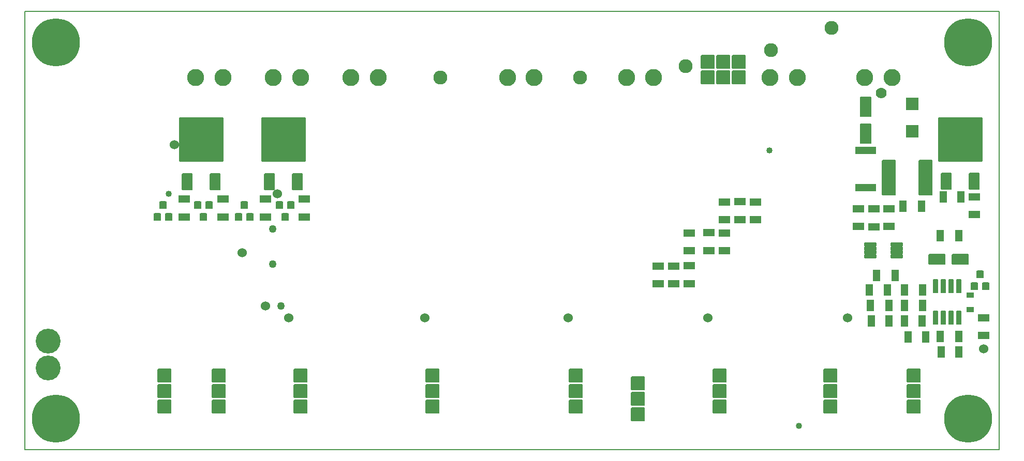
<source format=gbr>
G04 PROTEUS RS274X GERBER FILE*
%FSLAX45Y45*%
%MOMM*%
G01*
%ADD71C,1.270000*%
%ADD46C,2.286000*%
%ADD21C,1.524000*%
%ADD19C,1.016000*%
%ADD47C,1.778000*%
%ADD49C,4.064000*%
%ADD50C,2.794000*%
%AMPPAD045*
4,1,36,
-1.016000,1.143000,
1.016000,1.143000,
1.041970,1.140470,
1.065980,1.133200,
1.087580,1.121650,
1.106290,1.106290,
1.121650,1.087570,
1.133200,1.065980,
1.140470,1.041970,
1.143000,1.016000,
1.143000,-1.016000,
1.140470,-1.041970,
1.133200,-1.065980,
1.121650,-1.087570,
1.106290,-1.106290,
1.087580,-1.121650,
1.065980,-1.133200,
1.041970,-1.140470,
1.016000,-1.143000,
-1.016000,-1.143000,
-1.041970,-1.140470,
-1.065980,-1.133200,
-1.087580,-1.121650,
-1.106290,-1.106290,
-1.121650,-1.087570,
-1.133200,-1.065980,
-1.140470,-1.041970,
-1.143000,-1.016000,
-1.143000,1.016000,
-1.140470,1.041970,
-1.133200,1.065980,
-1.121650,1.087570,
-1.106290,1.106290,
-1.087580,1.121650,
-1.065980,1.133200,
-1.041970,1.140470,
-1.016000,1.143000,
0*%
%ADD51PPAD045*%
%AMPPAD064*
4,1,36,
-0.444500,-0.635000,
0.444500,-0.635000,
0.470470,-0.632470,
0.494480,-0.625200,
0.516080,-0.613650,
0.534790,-0.598290,
0.550150,-0.579570,
0.561700,-0.557980,
0.568970,-0.533970,
0.571500,-0.508000,
0.571500,0.508000,
0.568970,0.533970,
0.561700,0.557980,
0.550150,0.579570,
0.534790,0.598290,
0.516080,0.613650,
0.494480,0.625200,
0.470470,0.632470,
0.444500,0.635000,
-0.444500,0.635000,
-0.470470,0.632470,
-0.494480,0.625200,
-0.516080,0.613650,
-0.534790,0.598290,
-0.550150,0.579570,
-0.561700,0.557980,
-0.568970,0.533970,
-0.571500,0.508000,
-0.571500,-0.508000,
-0.568970,-0.533970,
-0.561700,-0.557980,
-0.550150,-0.579570,
-0.534790,-0.598290,
-0.516080,-0.613650,
-0.494480,-0.625200,
-0.470470,-0.632470,
-0.444500,-0.635000,
0*%
%ADD74PPAD064*%
%AMPPAD065*
4,1,36,
3.492500,3.619500,
-3.492500,3.619500,
-3.518470,3.616970,
-3.542480,3.609700,
-3.564080,3.598150,
-3.582790,3.582790,
-3.598150,3.564070,
-3.609700,3.542480,
-3.616970,3.518470,
-3.619500,3.492500,
-3.619500,-3.492500,
-3.616970,-3.518470,
-3.609700,-3.542480,
-3.598150,-3.564070,
-3.582790,-3.582790,
-3.564080,-3.598150,
-3.542480,-3.609700,
-3.518470,-3.616970,
-3.492500,-3.619500,
3.492500,-3.619500,
3.518470,-3.616970,
3.542480,-3.609700,
3.564080,-3.598150,
3.582790,-3.582790,
3.598150,-3.564070,
3.609700,-3.542480,
3.616970,-3.518470,
3.619500,-3.492500,
3.619500,3.492500,
3.616970,3.518470,
3.609700,3.542480,
3.598150,3.564070,
3.582790,3.582790,
3.564080,3.598150,
3.542480,3.609700,
3.518470,3.616970,
3.492500,3.619500,
0*%
%ADD75PPAD065*%
%AMPPAD066*
4,1,36,
0.762000,1.397000,
-0.762000,1.397000,
-0.787970,1.394470,
-0.811980,1.387200,
-0.833580,1.375650,
-0.852290,1.360290,
-0.867650,1.341570,
-0.879200,1.319980,
-0.886470,1.295970,
-0.889000,1.270000,
-0.889000,-1.270000,
-0.886470,-1.295970,
-0.879200,-1.319980,
-0.867650,-1.341570,
-0.852290,-1.360290,
-0.833580,-1.375650,
-0.811980,-1.387200,
-0.787970,-1.394470,
-0.762000,-1.397000,
0.762000,-1.397000,
0.787970,-1.394470,
0.811980,-1.387200,
0.833580,-1.375650,
0.852290,-1.360290,
0.867650,-1.341570,
0.879200,-1.319980,
0.886470,-1.295970,
0.889000,-1.270000,
0.889000,1.270000,
0.886470,1.295970,
0.879200,1.319980,
0.867650,1.341570,
0.852290,1.360290,
0.833580,1.375650,
0.811980,1.387200,
0.787970,1.394470,
0.762000,1.397000,
0*%
%ADD76PPAD066*%
%AMPPAD067*
4,1,4,
-1.054100,-1.054100,
1.054100,-1.054100,
1.054100,1.054100,
-1.054100,1.054100,
-1.054100,-1.054100,
0*%
%ADD77PPAD067*%
%AMPPAD068*
4,1,36,
-0.571500,0.317500,
-0.571500,-0.317500,
-0.568970,-0.343470,
-0.561700,-0.367480,
-0.550150,-0.389080,
-0.534790,-0.407790,
-0.516070,-0.423150,
-0.494480,-0.434700,
-0.470470,-0.441970,
-0.444500,-0.444500,
0.444500,-0.444500,
0.470470,-0.441970,
0.494480,-0.434700,
0.516070,-0.423150,
0.534790,-0.407790,
0.550150,-0.389080,
0.561700,-0.367480,
0.568970,-0.343470,
0.571500,-0.317500,
0.571500,0.317500,
0.568970,0.343470,
0.561700,0.367480,
0.550150,0.389080,
0.534790,0.407790,
0.516070,0.423150,
0.494480,0.434700,
0.470470,0.441970,
0.444500,0.444500,
-0.444500,0.444500,
-0.470470,0.441970,
-0.494480,0.434700,
-0.516070,0.423150,
-0.534790,0.407790,
-0.550150,0.389080,
-0.561700,0.367480,
-0.568970,0.343470,
-0.571500,0.317500,
0*%
%ADD78PPAD068*%
%AMPPAD042*
4,1,36,
-1.016000,2.921000,
1.016000,2.921000,
1.041970,2.918470,
1.065980,2.911200,
1.087580,2.899650,
1.106290,2.884290,
1.121650,2.865570,
1.133200,2.843980,
1.140470,2.819970,
1.143000,2.794000,
1.143000,-2.794000,
1.140470,-2.819970,
1.133200,-2.843980,
1.121650,-2.865570,
1.106290,-2.884290,
1.087580,-2.899650,
1.065980,-2.911200,
1.041970,-2.918470,
1.016000,-2.921000,
-1.016000,-2.921000,
-1.041970,-2.918470,
-1.065980,-2.911200,
-1.087580,-2.899650,
-1.106290,-2.884290,
-1.121650,-2.865570,
-1.133200,-2.843980,
-1.140470,-2.819970,
-1.143000,-2.794000,
-1.143000,2.794000,
-1.140470,2.819970,
-1.133200,2.843980,
-1.121650,2.865570,
-1.106290,2.884290,
-1.087580,2.899650,
-1.065980,2.911200,
-1.041970,2.918470,
-1.016000,2.921000,
0*%
%ADD48PPAD042*%
%AMPPAD069*
4,1,36,
-0.825500,-1.651000,
0.825500,-1.651000,
0.851470,-1.648470,
0.875480,-1.641200,
0.897080,-1.629650,
0.915790,-1.614290,
0.931150,-1.595570,
0.942700,-1.573980,
0.949970,-1.549970,
0.952500,-1.524000,
0.952500,1.524000,
0.949970,1.549970,
0.942700,1.573980,
0.931150,1.595570,
0.915790,1.614290,
0.897080,1.629650,
0.875480,1.641200,
0.851470,1.648470,
0.825500,1.651000,
-0.825500,1.651000,
-0.851470,1.648470,
-0.875480,1.641200,
-0.897080,1.629650,
-0.915790,1.614290,
-0.931150,1.595570,
-0.942700,1.573980,
-0.949970,1.549970,
-0.952500,1.524000,
-0.952500,-1.524000,
-0.949970,-1.549970,
-0.942700,-1.573980,
-0.931150,-1.595570,
-0.915790,-1.614290,
-0.897080,-1.629650,
-0.875480,-1.641200,
-0.851470,-1.648470,
-0.825500,-1.651000,
0*%
%ADD79PPAD069*%
%AMPPAD057*
4,1,36,
-1.016000,-0.190500,
-1.016000,0.190500,
-1.013470,0.216470,
-1.006200,0.240480,
-0.994650,0.262080,
-0.979290,0.280790,
-0.960570,0.296150,
-0.938980,0.307700,
-0.914970,0.314970,
-0.889000,0.317500,
0.889000,0.317500,
0.914970,0.314970,
0.938980,0.307700,
0.960570,0.296150,
0.979290,0.280790,
0.994650,0.262080,
1.006200,0.240480,
1.013470,0.216470,
1.016000,0.190500,
1.016000,-0.190500,
1.013470,-0.216470,
1.006200,-0.240480,
0.994650,-0.262080,
0.979290,-0.280790,
0.960570,-0.296150,
0.938980,-0.307700,
0.914970,-0.314970,
0.889000,-0.317500,
-0.889000,-0.317500,
-0.914970,-0.314970,
-0.938980,-0.307700,
-0.960570,-0.296150,
-0.979290,-0.280790,
-0.994650,-0.262080,
-1.006200,-0.240480,
-1.013470,-0.216470,
-1.016000,-0.190500,
0*%
%ADD63PPAD057*%
%AMPPAD070*
4,1,36,
-0.317500,-1.143000,
0.317500,-1.143000,
0.343470,-1.140470,
0.367480,-1.133200,
0.389080,-1.121650,
0.407790,-1.106290,
0.423150,-1.087570,
0.434700,-1.065980,
0.441970,-1.041970,
0.444500,-1.016000,
0.444500,1.016000,
0.441970,1.041970,
0.434700,1.065980,
0.423150,1.087570,
0.407790,1.106290,
0.389080,1.121650,
0.367480,1.133200,
0.343470,1.140470,
0.317500,1.143000,
-0.317500,1.143000,
-0.343470,1.140470,
-0.367480,1.133200,
-0.389080,1.121650,
-0.407790,1.106290,
-0.423150,1.087570,
-0.434700,1.065980,
-0.441970,1.041970,
-0.444500,1.016000,
-0.444500,-1.016000,
-0.441970,-1.041970,
-0.434700,-1.065980,
-0.423150,-1.087570,
-0.407790,-1.106290,
-0.389080,-1.121650,
-0.367480,-1.133200,
-0.343470,-1.140470,
-0.317500,-1.143000,
0*%
%ADD80PPAD070*%
%AMPPAD071*
4,1,4,
-1.701800,0.622300,
-1.701800,-0.622300,
1.701800,-0.622300,
1.701800,0.622300,
-1.701800,0.622300,
0*%
%ADD81PPAD071*%
%AMPPAD054*
4,1,36,
-1.397000,-0.762000,
-1.397000,0.762000,
-1.394470,0.787970,
-1.387200,0.811980,
-1.375650,0.833580,
-1.360290,0.852290,
-1.341570,0.867650,
-1.319980,0.879200,
-1.295970,0.886470,
-1.270000,0.889000,
1.270000,0.889000,
1.295970,0.886470,
1.319980,0.879200,
1.341570,0.867650,
1.360290,0.852290,
1.375650,0.833580,
1.387200,0.811980,
1.394470,0.787970,
1.397000,0.762000,
1.397000,-0.762000,
1.394470,-0.787970,
1.387200,-0.811980,
1.375650,-0.833580,
1.360290,-0.852290,
1.341570,-0.867650,
1.319980,-0.879200,
1.295970,-0.886470,
1.270000,-0.889000,
-1.270000,-0.889000,
-1.295970,-0.886470,
-1.319980,-0.879200,
-1.341570,-0.867650,
-1.360290,-0.852290,
-1.375650,-0.833580,
-1.387200,-0.811980,
-1.394470,-0.787970,
-1.397000,-0.762000,
0*%
%ADD60PPAD054*%
%AMPPAD072*
4,1,4,
0.571500,0.901700,
-0.571500,0.901700,
-0.571500,-0.901700,
0.571500,-0.901700,
0.571500,0.901700,
0*%
%ADD82PPAD072*%
%AMPPAD073*
4,1,4,
0.901700,-0.571500,
0.901700,0.571500,
-0.901700,0.571500,
-0.901700,-0.571500,
0.901700,-0.571500,
0*%
%ADD83PPAD073*%
%ADD64C,7.874000*%
%ADD41C,0.203200*%
D71*
X-3379970Y-639428D03*
X-3374955Y-1215192D03*
X-3238500Y-1905000D03*
D46*
X-635000Y+1841500D03*
X+1651000Y+1841500D03*
X+3383781Y+2028052D03*
D21*
X-4989352Y+736133D03*
X-3302000Y-63500D03*
X+8255000Y-2603500D03*
X+6032500Y-2095500D03*
X+3746500Y-2095500D03*
X+1460500Y-2095500D03*
X-889000Y-2095500D03*
X-3111500Y-2095500D03*
X-3492500Y-1905000D03*
X-3873500Y-1031366D03*
D19*
X-5080000Y-63500D03*
X+4749800Y+647700D03*
D46*
X+5765800Y+2654300D03*
D47*
X+6578600Y+1587500D03*
D46*
X+4779148Y+2286000D03*
D19*
X+5235080Y-3871250D03*
D49*
X-7048500Y-2476500D03*
X-7048500Y-2921000D03*
D50*
X-2095500Y+1841500D03*
X-1651000Y+1841500D03*
D51*
X-2921000Y-3556000D03*
X-2921000Y-3048000D03*
X-2921000Y-3302000D03*
D50*
X+901700Y+1841500D03*
D51*
X-762000Y-3556000D03*
X-762000Y-3302000D03*
X-762000Y-3048000D03*
X+1587500Y-3302000D03*
X+1587500Y-3556000D03*
X+1587500Y-3048000D03*
D50*
X+2857500Y+1841500D03*
D51*
X+3937000Y-3556000D03*
X+5753100Y-3556000D03*
X+3937000Y-3048000D03*
X+5753100Y-3048000D03*
X+3937000Y-3302000D03*
X+5753100Y-3302000D03*
D50*
X+5207000Y+1841500D03*
X+6756400Y+1841500D03*
D74*
X+8196580Y-1389380D03*
X+8290560Y-1579880D03*
X+8102600Y-1579880D03*
D75*
X+7874000Y+825500D03*
D76*
X+8102600Y+134620D03*
X+7645400Y+134620D03*
D77*
X+7086600Y+1404620D03*
X+7086600Y+954620D03*
D78*
X+8039100Y-1960880D03*
X+8039100Y-1725930D03*
D48*
X+6705600Y+198120D03*
X+7305600Y+198120D03*
D51*
X+7112000Y-3302000D03*
X+7112000Y-3556000D03*
X+7112000Y-3048000D03*
D50*
X+6311900Y+1841500D03*
D51*
X-4254500Y-3556000D03*
D79*
X+6324600Y+914620D03*
X+6324600Y+1359120D03*
D63*
X+6832600Y-897200D03*
X+6832600Y-962200D03*
X+6832600Y-1027200D03*
X+6832600Y-1092200D03*
X+6402600Y-1092200D03*
X+6402600Y-1027200D03*
X+6402600Y-962200D03*
X+6402600Y-897200D03*
D80*
X+7848600Y-2100580D03*
X+7721600Y-2100580D03*
X+7594600Y-2100580D03*
X+7467600Y-2100580D03*
X+7467600Y-1579880D03*
X+7594600Y-1579880D03*
X+7721600Y-1579880D03*
X+7848600Y-1579880D03*
D81*
X+6324600Y+642620D03*
X+6324600Y+32620D03*
D60*
X+7874000Y-1143000D03*
X+7493000Y-1143000D03*
D82*
X+7848600Y-754380D03*
X+7548600Y-754380D03*
X+6705600Y-2151380D03*
X+6415600Y-2151380D03*
X+6678100Y-1643380D03*
X+6388100Y-1643380D03*
D83*
X+6705600Y-599880D03*
X+6705600Y-309880D03*
X+6210300Y-599880D03*
X+6210300Y-309880D03*
D82*
X+7249600Y-2151380D03*
X+6959600Y-2151380D03*
D83*
X+8255000Y-2095500D03*
X+8255000Y-2385500D03*
D82*
X+7848600Y-2405380D03*
X+7548600Y-2405380D03*
X+7239000Y-266700D03*
X+6939000Y-266700D03*
D83*
X+8102600Y-119380D03*
X+8102600Y-409380D03*
D82*
X+7594600Y-119380D03*
X+7884600Y-119380D03*
X+7848600Y-2659380D03*
X+7558600Y-2659380D03*
D83*
X+6464300Y-309880D03*
X+6464300Y-609880D03*
D82*
X+6807200Y-1402080D03*
X+6507200Y-1402080D03*
X+7259600Y-1643380D03*
X+6959600Y-1643380D03*
X+7259600Y-1897380D03*
X+6959600Y-1897380D03*
X+6705600Y-1897380D03*
X+6405600Y-1897380D03*
D64*
X-6921500Y-3746500D03*
X-6921500Y+2413000D03*
X+8001000Y+2413000D03*
X+8001000Y-3746500D03*
D50*
X-4191000Y+1841500D03*
X-4635500Y+1841500D03*
D75*
X-4546600Y+817880D03*
D76*
X-4318000Y+127000D03*
X-4775200Y+127000D03*
D75*
X-3200400Y+817880D03*
D76*
X-2971800Y+127000D03*
X-3429000Y+127000D03*
D74*
X-5173980Y-254000D03*
X-5080000Y-444500D03*
X-5267960Y-444500D03*
X-3840480Y-254000D03*
X-3746500Y-444500D03*
X-3934460Y-444500D03*
X-4508500Y-444500D03*
X-4602480Y-254000D03*
X-4414520Y-254000D03*
X-3175000Y-444500D03*
X-3268980Y-254000D03*
X-3081020Y-254000D03*
D83*
X-4826000Y-154500D03*
X-4826000Y-444500D03*
X-4191000Y-154500D03*
X-4191000Y-444500D03*
X-3492500Y-154500D03*
X-3492500Y-444500D03*
X-2857500Y-154500D03*
X-2857500Y-444500D03*
D50*
X-2921000Y+1841500D03*
X-3365500Y+1841500D03*
D51*
X-4254500Y-3048000D03*
X-4254500Y-3302000D03*
D83*
X+3439000Y-1242500D03*
X+3439000Y-1542500D03*
X+3756500Y-698500D03*
X+3756500Y-998500D03*
X+4264500Y-190500D03*
X+4264500Y-490500D03*
X+2931000Y-1542500D03*
X+2931000Y-1252500D03*
X+3439000Y-998500D03*
X+3439000Y-708500D03*
X+4010500Y-998500D03*
X+4010500Y-708500D03*
X+3185000Y-1542500D03*
X+3185000Y-1252500D03*
X+4010500Y-490500D03*
X+4010500Y-200500D03*
X+4518500Y-490500D03*
X+4518500Y-200500D03*
D51*
X+3746500Y+2095500D03*
X+2603500Y-3175000D03*
X+3746500Y+1841500D03*
X+4000500Y+2095500D03*
X+2603500Y-3429000D03*
X+4000500Y+1841500D03*
X+4254500Y+2095500D03*
X+2603500Y-3683000D03*
X+4254500Y+1841500D03*
X-5143500Y-3048000D03*
X-5143500Y-3302000D03*
D82*
X+7311000Y-2413000D03*
X+7021000Y-2413000D03*
D51*
X-5143500Y-3556000D03*
D50*
X+469900Y+1841500D03*
X+2413000Y+1841500D03*
X+4762500Y+1841500D03*
D41*
X-7429500Y-4254500D02*
X+8509000Y-4254500D01*
X+8509000Y+2921000D01*
X-7429500Y+2921000D01*
X-7429500Y-4254500D01*
M02*

</source>
